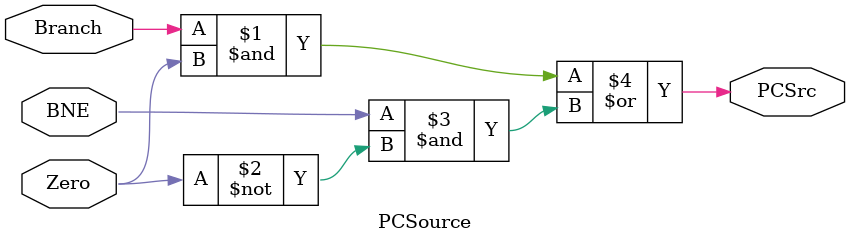
<source format=v>
module PCSource (Branch, Zero, BNE, PCSrc);
input Branch, Zero, BNE;
output PCSrc;

assign PCSrc=(Branch&Zero)|(BNE&(~Zero));

endmodule
 

</source>
